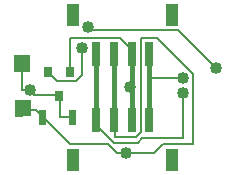
<source format=gbl>
G75*
G70*
%OFA0B0*%
%FSLAX24Y24*%
%IPPOS*%
%LPD*%
%AMOC8*
5,1,8,0,0,1.08239X$1,22.5*
%
%ADD10R,0.0315X0.0354*%
%ADD11R,0.0276X0.0787*%
%ADD12R,0.0433X0.0748*%
%ADD13R,0.0500X0.0250*%
%ADD14R,0.0551X0.0551*%
%ADD15C,0.0080*%
%ADD16C,0.0400*%
%ADD17C,0.0160*%
D10*
X006093Y008897D03*
X005719Y009684D03*
X006467Y009684D03*
D11*
X007337Y010275D03*
X007928Y010275D03*
X008518Y010275D03*
X009109Y010275D03*
X009109Y008086D03*
X008518Y008086D03*
X007928Y008086D03*
X007337Y008086D03*
D12*
X006569Y006767D03*
X009877Y006767D03*
X009877Y011594D03*
X006569Y011594D03*
D13*
G36*
X006673Y008429D02*
X006672Y007930D01*
X006423Y007931D01*
X006424Y008430D01*
X006673Y008429D01*
G37*
G36*
X005673Y008430D02*
X005672Y007931D01*
X005423Y007932D01*
X005424Y008431D01*
X005673Y008430D01*
G37*
D14*
G36*
X005166Y008753D02*
X005177Y008204D01*
X004628Y008193D01*
X004617Y008742D01*
X005166Y008753D01*
G37*
G36*
X005138Y010248D02*
X005149Y009699D01*
X004600Y009688D01*
X004589Y010237D01*
X005138Y010248D01*
G37*
D15*
X005573Y008180D02*
X006473Y007280D01*
X007723Y007280D01*
X008023Y006980D01*
X008323Y006980D01*
X009273Y006980D01*
X009573Y007280D01*
X010573Y007280D01*
X010573Y009630D01*
X009373Y010830D01*
X008823Y010830D01*
X008823Y007680D01*
X008673Y007530D01*
X007973Y007530D01*
X007973Y008030D01*
X007928Y008086D01*
X007373Y008030D02*
X007337Y008086D01*
X007373Y008030D02*
X007373Y007880D01*
X007923Y007330D01*
X008723Y007330D01*
X008873Y007480D01*
X010223Y007480D01*
X010223Y008980D01*
X010223Y009480D02*
X009109Y009480D01*
X008518Y009180D02*
X008473Y009180D01*
X008518Y010275D02*
X008473Y010330D01*
X008473Y010480D01*
X008123Y010830D01*
X006473Y010830D01*
X006473Y009730D01*
X006467Y009684D01*
X006673Y009380D02*
X006873Y009580D01*
X006873Y010480D01*
X007173Y011080D02*
X007073Y011180D01*
X007173Y011080D02*
X010073Y011080D01*
X011323Y009830D01*
X006673Y009380D02*
X006023Y009380D01*
X005723Y009680D01*
X005719Y009684D01*
X005123Y009080D02*
X004873Y009080D01*
X004873Y009930D01*
X004869Y009968D01*
X005123Y009080D02*
X005273Y008930D01*
X006073Y008930D01*
X006093Y008897D01*
X006123Y008880D01*
X006123Y008180D01*
X006523Y008180D01*
X006548Y008180D01*
X005573Y008180D02*
X005548Y008181D01*
X005523Y008230D01*
X005323Y008430D01*
X004923Y008430D01*
X004897Y008473D01*
D16*
X005123Y009080D03*
X006873Y010480D03*
X007073Y011180D03*
X008473Y009180D03*
X008323Y006980D03*
X010223Y008980D03*
X010223Y009480D03*
X011323Y009830D03*
D17*
X009109Y009480D02*
X009109Y008086D01*
X008518Y008086D02*
X008518Y009180D01*
X008518Y010275D01*
X007928Y010275D02*
X007928Y008086D01*
X007337Y008086D02*
X007337Y010275D01*
X009109Y010275D02*
X009109Y009480D01*
M02*

</source>
